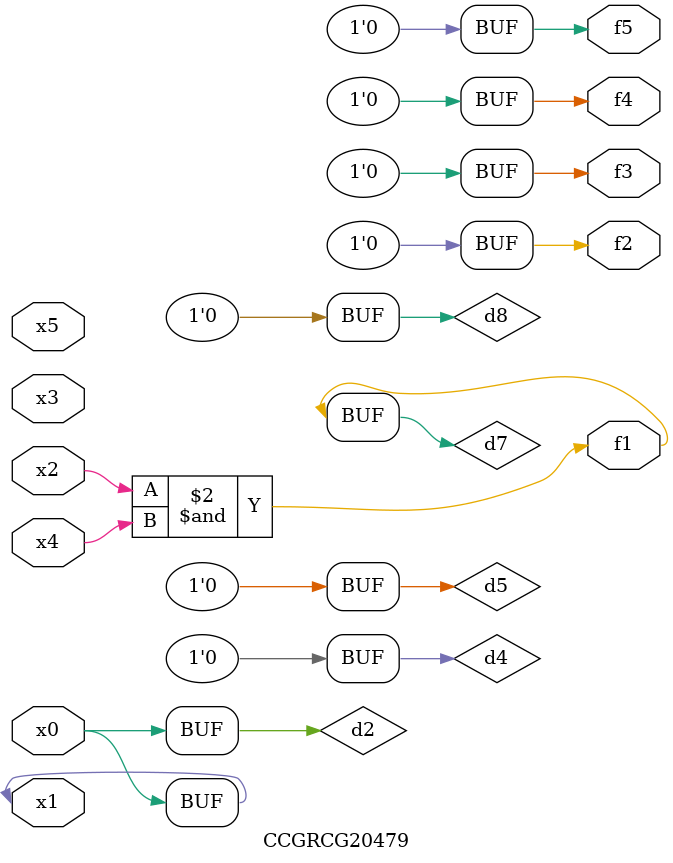
<source format=v>
module CCGRCG20479(
	input x0, x1, x2, x3, x4, x5,
	output f1, f2, f3, f4, f5
);

	wire d1, d2, d3, d4, d5, d6, d7, d8, d9;

	nand (d1, x1);
	buf (d2, x0, x1);
	nand (d3, x2, x4);
	and (d4, d1, d2);
	and (d5, d1, d2);
	nand (d6, d1, d3);
	not (d7, d3);
	xor (d8, d5);
	nor (d9, d5, d6);
	assign f1 = d7;
	assign f2 = d8;
	assign f3 = d8;
	assign f4 = d8;
	assign f5 = d8;
endmodule

</source>
